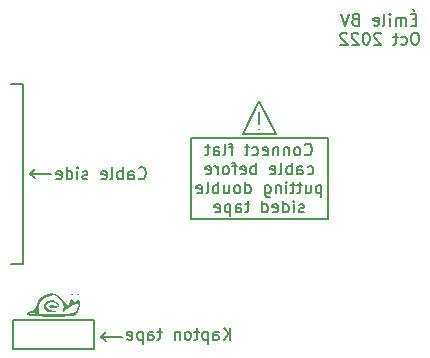
<source format=gbr>
%TF.GenerationSoftware,KiCad,Pcbnew,(6.0.1)*%
%TF.CreationDate,2022-10-12T14:33:58-04:00*%
%TF.ProjectId,DeathClock,44656174-6843-46c6-9f63-6b2e6b696361,rev?*%
%TF.SameCoordinates,Original*%
%TF.FileFunction,Legend,Bot*%
%TF.FilePolarity,Positive*%
%FSLAX46Y46*%
G04 Gerber Fmt 4.6, Leading zero omitted, Abs format (unit mm)*
G04 Created by KiCad (PCBNEW (6.0.1)) date 2022-10-12 14:33:58*
%MOMM*%
%LPD*%
G01*
G04 APERTURE LIST*
%ADD10C,0.150000*%
G04 APERTURE END LIST*
D10*
X138000000Y-82000000D02*
X139400000Y-79200000D01*
X139400000Y-79200000D02*
X140800000Y-82000000D01*
X118400000Y-77800000D02*
X119400000Y-77800000D01*
X126000000Y-99200000D02*
X126400000Y-98800000D01*
X121800000Y-85400000D02*
X120000000Y-85400000D01*
X126000000Y-99200000D02*
X126400000Y-99600000D01*
X127800000Y-99200000D02*
X126000000Y-99200000D01*
X120000000Y-85400000D02*
X120400000Y-85800000D01*
X119400000Y-77800000D02*
X119400000Y-93000000D01*
X139400000Y-80200000D02*
X139400000Y-81200000D01*
X140800000Y-82000000D02*
X138000000Y-82000000D01*
X120000000Y-85400000D02*
X120400000Y-85000000D01*
X145200000Y-82400000D02*
X133600000Y-82400000D01*
X133600000Y-82400000D02*
X133600000Y-89200000D01*
X133600000Y-89200000D02*
X145200000Y-89200000D01*
X145200000Y-89200000D02*
X145200000Y-82400000D01*
X118600000Y-100200000D02*
X125400000Y-100200000D01*
X125400000Y-100200000D02*
X125400000Y-97800000D01*
X125400000Y-97800000D02*
X118600000Y-97800000D01*
X118600000Y-97800000D02*
X118600000Y-100200000D01*
X139400000Y-81600000D02*
X139400000Y-81600000D01*
X119400000Y-93000000D02*
X118400000Y-93000000D01*
X136957142Y-99452380D02*
X136957142Y-98452380D01*
X136385714Y-99452380D02*
X136814285Y-98880952D01*
X136385714Y-98452380D02*
X136957142Y-99023809D01*
X135528571Y-99452380D02*
X135528571Y-98928571D01*
X135576190Y-98833333D01*
X135671428Y-98785714D01*
X135861904Y-98785714D01*
X135957142Y-98833333D01*
X135528571Y-99404761D02*
X135623809Y-99452380D01*
X135861904Y-99452380D01*
X135957142Y-99404761D01*
X136004761Y-99309523D01*
X136004761Y-99214285D01*
X135957142Y-99119047D01*
X135861904Y-99071428D01*
X135623809Y-99071428D01*
X135528571Y-99023809D01*
X135052380Y-98785714D02*
X135052380Y-99785714D01*
X135052380Y-98833333D02*
X134957142Y-98785714D01*
X134766666Y-98785714D01*
X134671428Y-98833333D01*
X134623809Y-98880952D01*
X134576190Y-98976190D01*
X134576190Y-99261904D01*
X134623809Y-99357142D01*
X134671428Y-99404761D01*
X134766666Y-99452380D01*
X134957142Y-99452380D01*
X135052380Y-99404761D01*
X134290476Y-98785714D02*
X133909523Y-98785714D01*
X134147619Y-98452380D02*
X134147619Y-99309523D01*
X134100000Y-99404761D01*
X134004761Y-99452380D01*
X133909523Y-99452380D01*
X133433333Y-99452380D02*
X133528571Y-99404761D01*
X133576190Y-99357142D01*
X133623809Y-99261904D01*
X133623809Y-98976190D01*
X133576190Y-98880952D01*
X133528571Y-98833333D01*
X133433333Y-98785714D01*
X133290476Y-98785714D01*
X133195238Y-98833333D01*
X133147619Y-98880952D01*
X133100000Y-98976190D01*
X133100000Y-99261904D01*
X133147619Y-99357142D01*
X133195238Y-99404761D01*
X133290476Y-99452380D01*
X133433333Y-99452380D01*
X132671428Y-98785714D02*
X132671428Y-99452380D01*
X132671428Y-98880952D02*
X132623809Y-98833333D01*
X132528571Y-98785714D01*
X132385714Y-98785714D01*
X132290476Y-98833333D01*
X132242857Y-98928571D01*
X132242857Y-99452380D01*
X131147619Y-98785714D02*
X130766666Y-98785714D01*
X131004761Y-98452380D02*
X131004761Y-99309523D01*
X130957142Y-99404761D01*
X130861904Y-99452380D01*
X130766666Y-99452380D01*
X130004761Y-99452380D02*
X130004761Y-98928571D01*
X130052380Y-98833333D01*
X130147619Y-98785714D01*
X130338095Y-98785714D01*
X130433333Y-98833333D01*
X130004761Y-99404761D02*
X130100000Y-99452380D01*
X130338095Y-99452380D01*
X130433333Y-99404761D01*
X130480952Y-99309523D01*
X130480952Y-99214285D01*
X130433333Y-99119047D01*
X130338095Y-99071428D01*
X130100000Y-99071428D01*
X130004761Y-99023809D01*
X129528571Y-98785714D02*
X129528571Y-99785714D01*
X129528571Y-98833333D02*
X129433333Y-98785714D01*
X129242857Y-98785714D01*
X129147619Y-98833333D01*
X129100000Y-98880952D01*
X129052380Y-98976190D01*
X129052380Y-99261904D01*
X129100000Y-99357142D01*
X129147619Y-99404761D01*
X129242857Y-99452380D01*
X129433333Y-99452380D01*
X129528571Y-99404761D01*
X128242857Y-99404761D02*
X128338095Y-99452380D01*
X128528571Y-99452380D01*
X128623809Y-99404761D01*
X128671428Y-99309523D01*
X128671428Y-98928571D01*
X128623809Y-98833333D01*
X128528571Y-98785714D01*
X128338095Y-98785714D01*
X128242857Y-98833333D01*
X128195238Y-98928571D01*
X128195238Y-99023809D01*
X128671428Y-99119047D01*
X152719047Y-72323571D02*
X152385714Y-72323571D01*
X152242857Y-72847380D02*
X152719047Y-72847380D01*
X152719047Y-71847380D01*
X152242857Y-71847380D01*
X152385714Y-71466428D02*
X152528571Y-71609285D01*
X151814285Y-72847380D02*
X151814285Y-72180714D01*
X151814285Y-72275952D02*
X151766666Y-72228333D01*
X151671428Y-72180714D01*
X151528571Y-72180714D01*
X151433333Y-72228333D01*
X151385714Y-72323571D01*
X151385714Y-72847380D01*
X151385714Y-72323571D02*
X151338095Y-72228333D01*
X151242857Y-72180714D01*
X151100000Y-72180714D01*
X151004761Y-72228333D01*
X150957142Y-72323571D01*
X150957142Y-72847380D01*
X150480952Y-72847380D02*
X150480952Y-72180714D01*
X150480952Y-71847380D02*
X150528571Y-71895000D01*
X150480952Y-71942619D01*
X150433333Y-71895000D01*
X150480952Y-71847380D01*
X150480952Y-71942619D01*
X149861904Y-72847380D02*
X149957142Y-72799761D01*
X150004761Y-72704523D01*
X150004761Y-71847380D01*
X149100000Y-72799761D02*
X149195238Y-72847380D01*
X149385714Y-72847380D01*
X149480952Y-72799761D01*
X149528571Y-72704523D01*
X149528571Y-72323571D01*
X149480952Y-72228333D01*
X149385714Y-72180714D01*
X149195238Y-72180714D01*
X149100000Y-72228333D01*
X149052380Y-72323571D01*
X149052380Y-72418809D01*
X149528571Y-72514047D01*
X147528571Y-72323571D02*
X147385714Y-72371190D01*
X147338095Y-72418809D01*
X147290476Y-72514047D01*
X147290476Y-72656904D01*
X147338095Y-72752142D01*
X147385714Y-72799761D01*
X147480952Y-72847380D01*
X147861904Y-72847380D01*
X147861904Y-71847380D01*
X147528571Y-71847380D01*
X147433333Y-71895000D01*
X147385714Y-71942619D01*
X147338095Y-72037857D01*
X147338095Y-72133095D01*
X147385714Y-72228333D01*
X147433333Y-72275952D01*
X147528571Y-72323571D01*
X147861904Y-72323571D01*
X147004761Y-71847380D02*
X146671428Y-72847380D01*
X146338095Y-71847380D01*
X152695238Y-73457380D02*
X152504761Y-73457380D01*
X152409523Y-73505000D01*
X152314285Y-73600238D01*
X152266666Y-73790714D01*
X152266666Y-74124047D01*
X152314285Y-74314523D01*
X152409523Y-74409761D01*
X152504761Y-74457380D01*
X152695238Y-74457380D01*
X152790476Y-74409761D01*
X152885714Y-74314523D01*
X152933333Y-74124047D01*
X152933333Y-73790714D01*
X152885714Y-73600238D01*
X152790476Y-73505000D01*
X152695238Y-73457380D01*
X151409523Y-74409761D02*
X151504761Y-74457380D01*
X151695238Y-74457380D01*
X151790476Y-74409761D01*
X151838095Y-74362142D01*
X151885714Y-74266904D01*
X151885714Y-73981190D01*
X151838095Y-73885952D01*
X151790476Y-73838333D01*
X151695238Y-73790714D01*
X151504761Y-73790714D01*
X151409523Y-73838333D01*
X151123809Y-73790714D02*
X150742857Y-73790714D01*
X150980952Y-73457380D02*
X150980952Y-74314523D01*
X150933333Y-74409761D01*
X150838095Y-74457380D01*
X150742857Y-74457380D01*
X149695238Y-73552619D02*
X149647619Y-73505000D01*
X149552380Y-73457380D01*
X149314285Y-73457380D01*
X149219047Y-73505000D01*
X149171428Y-73552619D01*
X149123809Y-73647857D01*
X149123809Y-73743095D01*
X149171428Y-73885952D01*
X149742857Y-74457380D01*
X149123809Y-74457380D01*
X148504761Y-73457380D02*
X148409523Y-73457380D01*
X148314285Y-73505000D01*
X148266666Y-73552619D01*
X148219047Y-73647857D01*
X148171428Y-73838333D01*
X148171428Y-74076428D01*
X148219047Y-74266904D01*
X148266666Y-74362142D01*
X148314285Y-74409761D01*
X148409523Y-74457380D01*
X148504761Y-74457380D01*
X148600000Y-74409761D01*
X148647619Y-74362142D01*
X148695238Y-74266904D01*
X148742857Y-74076428D01*
X148742857Y-73838333D01*
X148695238Y-73647857D01*
X148647619Y-73552619D01*
X148600000Y-73505000D01*
X148504761Y-73457380D01*
X147790476Y-73552619D02*
X147742857Y-73505000D01*
X147647619Y-73457380D01*
X147409523Y-73457380D01*
X147314285Y-73505000D01*
X147266666Y-73552619D01*
X147219047Y-73647857D01*
X147219047Y-73743095D01*
X147266666Y-73885952D01*
X147838095Y-74457380D01*
X147219047Y-74457380D01*
X146838095Y-73552619D02*
X146790476Y-73505000D01*
X146695238Y-73457380D01*
X146457142Y-73457380D01*
X146361904Y-73505000D01*
X146314285Y-73552619D01*
X146266666Y-73647857D01*
X146266666Y-73743095D01*
X146314285Y-73885952D01*
X146885714Y-74457380D01*
X146266666Y-74457380D01*
X143257142Y-83742142D02*
X143304761Y-83789761D01*
X143447619Y-83837380D01*
X143542857Y-83837380D01*
X143685714Y-83789761D01*
X143780952Y-83694523D01*
X143828571Y-83599285D01*
X143876190Y-83408809D01*
X143876190Y-83265952D01*
X143828571Y-83075476D01*
X143780952Y-82980238D01*
X143685714Y-82885000D01*
X143542857Y-82837380D01*
X143447619Y-82837380D01*
X143304761Y-82885000D01*
X143257142Y-82932619D01*
X142685714Y-83837380D02*
X142780952Y-83789761D01*
X142828571Y-83742142D01*
X142876190Y-83646904D01*
X142876190Y-83361190D01*
X142828571Y-83265952D01*
X142780952Y-83218333D01*
X142685714Y-83170714D01*
X142542857Y-83170714D01*
X142447619Y-83218333D01*
X142400000Y-83265952D01*
X142352380Y-83361190D01*
X142352380Y-83646904D01*
X142400000Y-83742142D01*
X142447619Y-83789761D01*
X142542857Y-83837380D01*
X142685714Y-83837380D01*
X141923809Y-83170714D02*
X141923809Y-83837380D01*
X141923809Y-83265952D02*
X141876190Y-83218333D01*
X141780952Y-83170714D01*
X141638095Y-83170714D01*
X141542857Y-83218333D01*
X141495238Y-83313571D01*
X141495238Y-83837380D01*
X141019047Y-83170714D02*
X141019047Y-83837380D01*
X141019047Y-83265952D02*
X140971428Y-83218333D01*
X140876190Y-83170714D01*
X140733333Y-83170714D01*
X140638095Y-83218333D01*
X140590476Y-83313571D01*
X140590476Y-83837380D01*
X139733333Y-83789761D02*
X139828571Y-83837380D01*
X140019047Y-83837380D01*
X140114285Y-83789761D01*
X140161904Y-83694523D01*
X140161904Y-83313571D01*
X140114285Y-83218333D01*
X140019047Y-83170714D01*
X139828571Y-83170714D01*
X139733333Y-83218333D01*
X139685714Y-83313571D01*
X139685714Y-83408809D01*
X140161904Y-83504047D01*
X138828571Y-83789761D02*
X138923809Y-83837380D01*
X139114285Y-83837380D01*
X139209523Y-83789761D01*
X139257142Y-83742142D01*
X139304761Y-83646904D01*
X139304761Y-83361190D01*
X139257142Y-83265952D01*
X139209523Y-83218333D01*
X139114285Y-83170714D01*
X138923809Y-83170714D01*
X138828571Y-83218333D01*
X138542857Y-83170714D02*
X138161904Y-83170714D01*
X138400000Y-82837380D02*
X138400000Y-83694523D01*
X138352380Y-83789761D01*
X138257142Y-83837380D01*
X138161904Y-83837380D01*
X137209523Y-83170714D02*
X136828571Y-83170714D01*
X137066666Y-83837380D02*
X137066666Y-82980238D01*
X137019047Y-82885000D01*
X136923809Y-82837380D01*
X136828571Y-82837380D01*
X136352380Y-83837380D02*
X136447619Y-83789761D01*
X136495238Y-83694523D01*
X136495238Y-82837380D01*
X135542857Y-83837380D02*
X135542857Y-83313571D01*
X135590476Y-83218333D01*
X135685714Y-83170714D01*
X135876190Y-83170714D01*
X135971428Y-83218333D01*
X135542857Y-83789761D02*
X135638095Y-83837380D01*
X135876190Y-83837380D01*
X135971428Y-83789761D01*
X136019047Y-83694523D01*
X136019047Y-83599285D01*
X135971428Y-83504047D01*
X135876190Y-83456428D01*
X135638095Y-83456428D01*
X135542857Y-83408809D01*
X135209523Y-83170714D02*
X134828571Y-83170714D01*
X135066666Y-82837380D02*
X135066666Y-83694523D01*
X135019047Y-83789761D01*
X134923809Y-83837380D01*
X134828571Y-83837380D01*
X143495238Y-85399761D02*
X143590476Y-85447380D01*
X143780952Y-85447380D01*
X143876190Y-85399761D01*
X143923809Y-85352142D01*
X143971428Y-85256904D01*
X143971428Y-84971190D01*
X143923809Y-84875952D01*
X143876190Y-84828333D01*
X143780952Y-84780714D01*
X143590476Y-84780714D01*
X143495238Y-84828333D01*
X142638095Y-85447380D02*
X142638095Y-84923571D01*
X142685714Y-84828333D01*
X142780952Y-84780714D01*
X142971428Y-84780714D01*
X143066666Y-84828333D01*
X142638095Y-85399761D02*
X142733333Y-85447380D01*
X142971428Y-85447380D01*
X143066666Y-85399761D01*
X143114285Y-85304523D01*
X143114285Y-85209285D01*
X143066666Y-85114047D01*
X142971428Y-85066428D01*
X142733333Y-85066428D01*
X142638095Y-85018809D01*
X142161904Y-85447380D02*
X142161904Y-84447380D01*
X142161904Y-84828333D02*
X142066666Y-84780714D01*
X141876190Y-84780714D01*
X141780952Y-84828333D01*
X141733333Y-84875952D01*
X141685714Y-84971190D01*
X141685714Y-85256904D01*
X141733333Y-85352142D01*
X141780952Y-85399761D01*
X141876190Y-85447380D01*
X142066666Y-85447380D01*
X142161904Y-85399761D01*
X141114285Y-85447380D02*
X141209523Y-85399761D01*
X141257142Y-85304523D01*
X141257142Y-84447380D01*
X140352380Y-85399761D02*
X140447619Y-85447380D01*
X140638095Y-85447380D01*
X140733333Y-85399761D01*
X140780952Y-85304523D01*
X140780952Y-84923571D01*
X140733333Y-84828333D01*
X140638095Y-84780714D01*
X140447619Y-84780714D01*
X140352380Y-84828333D01*
X140304761Y-84923571D01*
X140304761Y-85018809D01*
X140780952Y-85114047D01*
X139114285Y-85447380D02*
X139114285Y-84447380D01*
X139114285Y-84828333D02*
X139019047Y-84780714D01*
X138828571Y-84780714D01*
X138733333Y-84828333D01*
X138685714Y-84875952D01*
X138638095Y-84971190D01*
X138638095Y-85256904D01*
X138685714Y-85352142D01*
X138733333Y-85399761D01*
X138828571Y-85447380D01*
X139019047Y-85447380D01*
X139114285Y-85399761D01*
X137828571Y-85399761D02*
X137923809Y-85447380D01*
X138114285Y-85447380D01*
X138209523Y-85399761D01*
X138257142Y-85304523D01*
X138257142Y-84923571D01*
X138209523Y-84828333D01*
X138114285Y-84780714D01*
X137923809Y-84780714D01*
X137828571Y-84828333D01*
X137780952Y-84923571D01*
X137780952Y-85018809D01*
X138257142Y-85114047D01*
X137495238Y-84780714D02*
X137114285Y-84780714D01*
X137352380Y-85447380D02*
X137352380Y-84590238D01*
X137304761Y-84495000D01*
X137209523Y-84447380D01*
X137114285Y-84447380D01*
X136638095Y-85447380D02*
X136733333Y-85399761D01*
X136780952Y-85352142D01*
X136828571Y-85256904D01*
X136828571Y-84971190D01*
X136780952Y-84875952D01*
X136733333Y-84828333D01*
X136638095Y-84780714D01*
X136495238Y-84780714D01*
X136400000Y-84828333D01*
X136352380Y-84875952D01*
X136304761Y-84971190D01*
X136304761Y-85256904D01*
X136352380Y-85352142D01*
X136400000Y-85399761D01*
X136495238Y-85447380D01*
X136638095Y-85447380D01*
X135876190Y-85447380D02*
X135876190Y-84780714D01*
X135876190Y-84971190D02*
X135828571Y-84875952D01*
X135780952Y-84828333D01*
X135685714Y-84780714D01*
X135590476Y-84780714D01*
X134876190Y-85399761D02*
X134971428Y-85447380D01*
X135161904Y-85447380D01*
X135257142Y-85399761D01*
X135304761Y-85304523D01*
X135304761Y-84923571D01*
X135257142Y-84828333D01*
X135161904Y-84780714D01*
X134971428Y-84780714D01*
X134876190Y-84828333D01*
X134828571Y-84923571D01*
X134828571Y-85018809D01*
X135304761Y-85114047D01*
X144661904Y-86390714D02*
X144661904Y-87390714D01*
X144661904Y-86438333D02*
X144566666Y-86390714D01*
X144376190Y-86390714D01*
X144280952Y-86438333D01*
X144233333Y-86485952D01*
X144185714Y-86581190D01*
X144185714Y-86866904D01*
X144233333Y-86962142D01*
X144280952Y-87009761D01*
X144376190Y-87057380D01*
X144566666Y-87057380D01*
X144661904Y-87009761D01*
X143328571Y-86390714D02*
X143328571Y-87057380D01*
X143757142Y-86390714D02*
X143757142Y-86914523D01*
X143709523Y-87009761D01*
X143614285Y-87057380D01*
X143471428Y-87057380D01*
X143376190Y-87009761D01*
X143328571Y-86962142D01*
X142995238Y-86390714D02*
X142614285Y-86390714D01*
X142852380Y-86057380D02*
X142852380Y-86914523D01*
X142804761Y-87009761D01*
X142709523Y-87057380D01*
X142614285Y-87057380D01*
X142423809Y-86390714D02*
X142042857Y-86390714D01*
X142280952Y-86057380D02*
X142280952Y-86914523D01*
X142233333Y-87009761D01*
X142138095Y-87057380D01*
X142042857Y-87057380D01*
X141709523Y-87057380D02*
X141709523Y-86390714D01*
X141709523Y-86057380D02*
X141757142Y-86105000D01*
X141709523Y-86152619D01*
X141661904Y-86105000D01*
X141709523Y-86057380D01*
X141709523Y-86152619D01*
X141233333Y-86390714D02*
X141233333Y-87057380D01*
X141233333Y-86485952D02*
X141185714Y-86438333D01*
X141090476Y-86390714D01*
X140947619Y-86390714D01*
X140852380Y-86438333D01*
X140804761Y-86533571D01*
X140804761Y-87057380D01*
X139900000Y-86390714D02*
X139900000Y-87200238D01*
X139947619Y-87295476D01*
X139995238Y-87343095D01*
X140090476Y-87390714D01*
X140233333Y-87390714D01*
X140328571Y-87343095D01*
X139900000Y-87009761D02*
X139995238Y-87057380D01*
X140185714Y-87057380D01*
X140280952Y-87009761D01*
X140328571Y-86962142D01*
X140376190Y-86866904D01*
X140376190Y-86581190D01*
X140328571Y-86485952D01*
X140280952Y-86438333D01*
X140185714Y-86390714D01*
X139995238Y-86390714D01*
X139900000Y-86438333D01*
X138233333Y-87057380D02*
X138233333Y-86057380D01*
X138233333Y-87009761D02*
X138328571Y-87057380D01*
X138519047Y-87057380D01*
X138614285Y-87009761D01*
X138661904Y-86962142D01*
X138709523Y-86866904D01*
X138709523Y-86581190D01*
X138661904Y-86485952D01*
X138614285Y-86438333D01*
X138519047Y-86390714D01*
X138328571Y-86390714D01*
X138233333Y-86438333D01*
X137614285Y-87057380D02*
X137709523Y-87009761D01*
X137757142Y-86962142D01*
X137804761Y-86866904D01*
X137804761Y-86581190D01*
X137757142Y-86485952D01*
X137709523Y-86438333D01*
X137614285Y-86390714D01*
X137471428Y-86390714D01*
X137376190Y-86438333D01*
X137328571Y-86485952D01*
X137280952Y-86581190D01*
X137280952Y-86866904D01*
X137328571Y-86962142D01*
X137376190Y-87009761D01*
X137471428Y-87057380D01*
X137614285Y-87057380D01*
X136423809Y-86390714D02*
X136423809Y-87057380D01*
X136852380Y-86390714D02*
X136852380Y-86914523D01*
X136804761Y-87009761D01*
X136709523Y-87057380D01*
X136566666Y-87057380D01*
X136471428Y-87009761D01*
X136423809Y-86962142D01*
X135947619Y-87057380D02*
X135947619Y-86057380D01*
X135947619Y-86438333D02*
X135852380Y-86390714D01*
X135661904Y-86390714D01*
X135566666Y-86438333D01*
X135519047Y-86485952D01*
X135471428Y-86581190D01*
X135471428Y-86866904D01*
X135519047Y-86962142D01*
X135566666Y-87009761D01*
X135661904Y-87057380D01*
X135852380Y-87057380D01*
X135947619Y-87009761D01*
X134900000Y-87057380D02*
X134995238Y-87009761D01*
X135042857Y-86914523D01*
X135042857Y-86057380D01*
X134138095Y-87009761D02*
X134233333Y-87057380D01*
X134423809Y-87057380D01*
X134519047Y-87009761D01*
X134566666Y-86914523D01*
X134566666Y-86533571D01*
X134519047Y-86438333D01*
X134423809Y-86390714D01*
X134233333Y-86390714D01*
X134138095Y-86438333D01*
X134090476Y-86533571D01*
X134090476Y-86628809D01*
X134566666Y-86724047D01*
X143185714Y-88619761D02*
X143090476Y-88667380D01*
X142900000Y-88667380D01*
X142804761Y-88619761D01*
X142757142Y-88524523D01*
X142757142Y-88476904D01*
X142804761Y-88381666D01*
X142900000Y-88334047D01*
X143042857Y-88334047D01*
X143138095Y-88286428D01*
X143185714Y-88191190D01*
X143185714Y-88143571D01*
X143138095Y-88048333D01*
X143042857Y-88000714D01*
X142900000Y-88000714D01*
X142804761Y-88048333D01*
X142328571Y-88667380D02*
X142328571Y-88000714D01*
X142328571Y-87667380D02*
X142376190Y-87715000D01*
X142328571Y-87762619D01*
X142280952Y-87715000D01*
X142328571Y-87667380D01*
X142328571Y-87762619D01*
X141423809Y-88667380D02*
X141423809Y-87667380D01*
X141423809Y-88619761D02*
X141519047Y-88667380D01*
X141709523Y-88667380D01*
X141804761Y-88619761D01*
X141852380Y-88572142D01*
X141900000Y-88476904D01*
X141900000Y-88191190D01*
X141852380Y-88095952D01*
X141804761Y-88048333D01*
X141709523Y-88000714D01*
X141519047Y-88000714D01*
X141423809Y-88048333D01*
X140566666Y-88619761D02*
X140661904Y-88667380D01*
X140852380Y-88667380D01*
X140947619Y-88619761D01*
X140995238Y-88524523D01*
X140995238Y-88143571D01*
X140947619Y-88048333D01*
X140852380Y-88000714D01*
X140661904Y-88000714D01*
X140566666Y-88048333D01*
X140519047Y-88143571D01*
X140519047Y-88238809D01*
X140995238Y-88334047D01*
X139661904Y-88667380D02*
X139661904Y-87667380D01*
X139661904Y-88619761D02*
X139757142Y-88667380D01*
X139947619Y-88667380D01*
X140042857Y-88619761D01*
X140090476Y-88572142D01*
X140138095Y-88476904D01*
X140138095Y-88191190D01*
X140090476Y-88095952D01*
X140042857Y-88048333D01*
X139947619Y-88000714D01*
X139757142Y-88000714D01*
X139661904Y-88048333D01*
X138566666Y-88000714D02*
X138185714Y-88000714D01*
X138423809Y-87667380D02*
X138423809Y-88524523D01*
X138376190Y-88619761D01*
X138280952Y-88667380D01*
X138185714Y-88667380D01*
X137423809Y-88667380D02*
X137423809Y-88143571D01*
X137471428Y-88048333D01*
X137566666Y-88000714D01*
X137757142Y-88000714D01*
X137852380Y-88048333D01*
X137423809Y-88619761D02*
X137519047Y-88667380D01*
X137757142Y-88667380D01*
X137852380Y-88619761D01*
X137900000Y-88524523D01*
X137900000Y-88429285D01*
X137852380Y-88334047D01*
X137757142Y-88286428D01*
X137519047Y-88286428D01*
X137423809Y-88238809D01*
X136947619Y-88000714D02*
X136947619Y-89000714D01*
X136947619Y-88048333D02*
X136852380Y-88000714D01*
X136661904Y-88000714D01*
X136566666Y-88048333D01*
X136519047Y-88095952D01*
X136471428Y-88191190D01*
X136471428Y-88476904D01*
X136519047Y-88572142D01*
X136566666Y-88619761D01*
X136661904Y-88667380D01*
X136852380Y-88667380D01*
X136947619Y-88619761D01*
X135661904Y-88619761D02*
X135757142Y-88667380D01*
X135947619Y-88667380D01*
X136042857Y-88619761D01*
X136090476Y-88524523D01*
X136090476Y-88143571D01*
X136042857Y-88048333D01*
X135947619Y-88000714D01*
X135757142Y-88000714D01*
X135661904Y-88048333D01*
X135614285Y-88143571D01*
X135614285Y-88238809D01*
X136090476Y-88334047D01*
X129190476Y-85757142D02*
X129238095Y-85804761D01*
X129380952Y-85852380D01*
X129476190Y-85852380D01*
X129619047Y-85804761D01*
X129714285Y-85709523D01*
X129761904Y-85614285D01*
X129809523Y-85423809D01*
X129809523Y-85280952D01*
X129761904Y-85090476D01*
X129714285Y-84995238D01*
X129619047Y-84900000D01*
X129476190Y-84852380D01*
X129380952Y-84852380D01*
X129238095Y-84900000D01*
X129190476Y-84947619D01*
X128333333Y-85852380D02*
X128333333Y-85328571D01*
X128380952Y-85233333D01*
X128476190Y-85185714D01*
X128666666Y-85185714D01*
X128761904Y-85233333D01*
X128333333Y-85804761D02*
X128428571Y-85852380D01*
X128666666Y-85852380D01*
X128761904Y-85804761D01*
X128809523Y-85709523D01*
X128809523Y-85614285D01*
X128761904Y-85519047D01*
X128666666Y-85471428D01*
X128428571Y-85471428D01*
X128333333Y-85423809D01*
X127857142Y-85852380D02*
X127857142Y-84852380D01*
X127857142Y-85233333D02*
X127761904Y-85185714D01*
X127571428Y-85185714D01*
X127476190Y-85233333D01*
X127428571Y-85280952D01*
X127380952Y-85376190D01*
X127380952Y-85661904D01*
X127428571Y-85757142D01*
X127476190Y-85804761D01*
X127571428Y-85852380D01*
X127761904Y-85852380D01*
X127857142Y-85804761D01*
X126809523Y-85852380D02*
X126904761Y-85804761D01*
X126952380Y-85709523D01*
X126952380Y-84852380D01*
X126047619Y-85804761D02*
X126142857Y-85852380D01*
X126333333Y-85852380D01*
X126428571Y-85804761D01*
X126476190Y-85709523D01*
X126476190Y-85328571D01*
X126428571Y-85233333D01*
X126333333Y-85185714D01*
X126142857Y-85185714D01*
X126047619Y-85233333D01*
X126000000Y-85328571D01*
X126000000Y-85423809D01*
X126476190Y-85519047D01*
X124857142Y-85804761D02*
X124761904Y-85852380D01*
X124571428Y-85852380D01*
X124476190Y-85804761D01*
X124428571Y-85709523D01*
X124428571Y-85661904D01*
X124476190Y-85566666D01*
X124571428Y-85519047D01*
X124714285Y-85519047D01*
X124809523Y-85471428D01*
X124857142Y-85376190D01*
X124857142Y-85328571D01*
X124809523Y-85233333D01*
X124714285Y-85185714D01*
X124571428Y-85185714D01*
X124476190Y-85233333D01*
X124000000Y-85852380D02*
X124000000Y-85185714D01*
X124000000Y-84852380D02*
X124047619Y-84900000D01*
X124000000Y-84947619D01*
X123952380Y-84900000D01*
X124000000Y-84852380D01*
X124000000Y-84947619D01*
X123095238Y-85852380D02*
X123095238Y-84852380D01*
X123095238Y-85804761D02*
X123190476Y-85852380D01*
X123380952Y-85852380D01*
X123476190Y-85804761D01*
X123523809Y-85757142D01*
X123571428Y-85661904D01*
X123571428Y-85376190D01*
X123523809Y-85280952D01*
X123476190Y-85233333D01*
X123380952Y-85185714D01*
X123190476Y-85185714D01*
X123095238Y-85233333D01*
X122238095Y-85804761D02*
X122333333Y-85852380D01*
X122523809Y-85852380D01*
X122619047Y-85804761D01*
X122666666Y-85709523D01*
X122666666Y-85328571D01*
X122619047Y-85233333D01*
X122523809Y-85185714D01*
X122333333Y-85185714D01*
X122238095Y-85233333D01*
X122190476Y-85328571D01*
X122190476Y-85423809D01*
X122666666Y-85519047D01*
%TO.C,G\u002A\u002A\u002A*%
G36*
X123609859Y-95616197D02*
G01*
X123520422Y-95705633D01*
X123430986Y-95616197D01*
X123520422Y-95526760D01*
X123609859Y-95616197D01*
G37*
G36*
X124025677Y-97069948D02*
G01*
X123945276Y-97185031D01*
X123792713Y-97330256D01*
X123561226Y-97421103D01*
X123181115Y-97470271D01*
X122582677Y-97490459D01*
X121696212Y-97494366D01*
X121408108Y-97493685D01*
X120574926Y-97478424D01*
X120044247Y-97439425D01*
X119773090Y-97371828D01*
X119735079Y-97301502D01*
X120747887Y-97301502D01*
X122237370Y-97289141D01*
X122413301Y-97287331D01*
X123104939Y-97265215D01*
X123537008Y-97208492D01*
X123791163Y-97099599D01*
X123949060Y-96920972D01*
X123973663Y-96880722D01*
X124107702Y-96544487D01*
X123991536Y-96433312D01*
X123651582Y-96548176D01*
X123114256Y-96890057D01*
X122882947Y-97051450D01*
X122768127Y-97080337D01*
X122820895Y-96891204D01*
X122840740Y-96646327D01*
X122676131Y-96220078D01*
X122364130Y-95858334D01*
X122004293Y-95705633D01*
X121673202Y-95754974D01*
X121203487Y-95913219D01*
X121098072Y-95966020D01*
X120821951Y-96241121D01*
X120747887Y-96711153D01*
X120747887Y-97301502D01*
X119735079Y-97301502D01*
X119718471Y-97270774D01*
X119728176Y-97259139D01*
X119957333Y-97259139D01*
X120211267Y-97287249D01*
X120457329Y-97262316D01*
X120434859Y-97197028D01*
X120353891Y-97173403D01*
X119987676Y-97197028D01*
X119957333Y-97259139D01*
X119728176Y-97259139D01*
X119838576Y-97126783D01*
X120180560Y-96990024D01*
X120455696Y-96870412D01*
X120569014Y-96508265D01*
X120576653Y-96409004D01*
X120799982Y-95970783D01*
X121257575Y-95650744D01*
X121847962Y-95526760D01*
X122304308Y-95654635D01*
X122792938Y-96108098D01*
X122964571Y-96322569D01*
X123176319Y-96545702D01*
X123284510Y-96521365D01*
X123367339Y-96271850D01*
X123382373Y-96218614D01*
X123497032Y-95993245D01*
X123634675Y-96092977D01*
X123781057Y-96241769D01*
X123942789Y-96092977D01*
X123958156Y-96069997D01*
X124091259Y-95995176D01*
X124200306Y-96249897D01*
X124202882Y-96544487D01*
X124203388Y-96602411D01*
X124025677Y-97069948D01*
G37*
G36*
X121914008Y-96072280D02*
G01*
X122227271Y-96216043D01*
X122431675Y-96449669D01*
X122415819Y-96661176D01*
X122375060Y-96693758D01*
X122090517Y-96773888D01*
X121784962Y-96744697D01*
X121642253Y-96616746D01*
X121735804Y-96535670D01*
X122044718Y-96551644D01*
X122121612Y-96569240D01*
X122327052Y-96576714D01*
X122242591Y-96428686D01*
X122167843Y-96364214D01*
X121833134Y-96267409D01*
X121515328Y-96356764D01*
X121373943Y-96600693D01*
X121526868Y-96820176D01*
X121910563Y-96979544D01*
X122447183Y-97094293D01*
X121884982Y-97115456D01*
X121483453Y-97073655D01*
X121211121Y-96845638D01*
X121198963Y-96529859D01*
X121424730Y-96201728D01*
X121821126Y-96063380D01*
X121914008Y-96072280D01*
G37*
G36*
X124146479Y-95616197D02*
G01*
X124057042Y-95705633D01*
X123967605Y-95616197D01*
X124057042Y-95526760D01*
X124146479Y-95616197D01*
G37*
%TD*%
M02*

</source>
